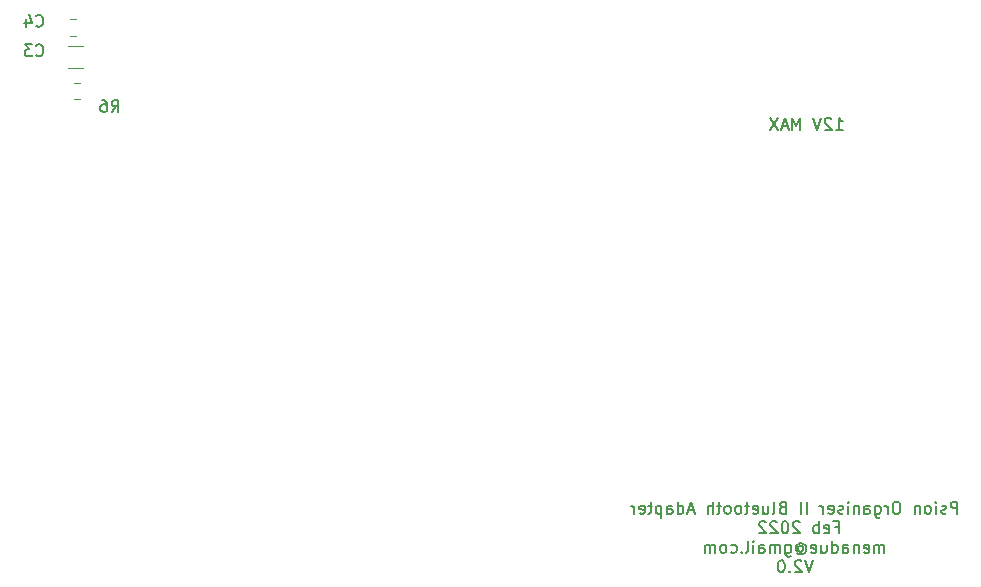
<source format=gbr>
G04 #@! TF.GenerationSoftware,KiCad,Pcbnew,5.1.5+dfsg1-2build2*
G04 #@! TF.CreationDate,2022-02-11T05:24:06+00:00*
G04 #@! TF.ProjectId,psion-org2-bluetooth-adapter,7073696f-6e2d-46f7-9267-322d626c7565,rev?*
G04 #@! TF.SameCoordinates,Original*
G04 #@! TF.FileFunction,Legend,Bot*
G04 #@! TF.FilePolarity,Positive*
%FSLAX46Y46*%
G04 Gerber Fmt 4.6, Leading zero omitted, Abs format (unit mm)*
G04 Created by KiCad (PCBNEW 5.1.5+dfsg1-2build2) date 2022-02-11 05:24:06*
%MOMM*%
%LPD*%
G04 APERTURE LIST*
%ADD10C,0.150000*%
%ADD11C,0.120000*%
G04 APERTURE END LIST*
D10*
X189376190Y-56452380D02*
X189947619Y-56452380D01*
X189661904Y-56452380D02*
X189661904Y-55452380D01*
X189757142Y-55595238D01*
X189852380Y-55690476D01*
X189947619Y-55738095D01*
X188995238Y-55547619D02*
X188947619Y-55500000D01*
X188852380Y-55452380D01*
X188614285Y-55452380D01*
X188519047Y-55500000D01*
X188471428Y-55547619D01*
X188423809Y-55642857D01*
X188423809Y-55738095D01*
X188471428Y-55880952D01*
X189042857Y-56452380D01*
X188423809Y-56452380D01*
X188138095Y-55452380D02*
X187804761Y-56452380D01*
X187471428Y-55452380D01*
X186376190Y-56452380D02*
X186376190Y-55452380D01*
X186042857Y-56166666D01*
X185709523Y-55452380D01*
X185709523Y-56452380D01*
X185280952Y-56166666D02*
X184804761Y-56166666D01*
X185376190Y-56452380D02*
X185042857Y-55452380D01*
X184709523Y-56452380D01*
X184471428Y-55452380D02*
X183804761Y-56452380D01*
X183804761Y-55452380D02*
X184471428Y-56452380D01*
X199661904Y-88977380D02*
X199661904Y-87977380D01*
X199280952Y-87977380D01*
X199185714Y-88025000D01*
X199138095Y-88072619D01*
X199090476Y-88167857D01*
X199090476Y-88310714D01*
X199138095Y-88405952D01*
X199185714Y-88453571D01*
X199280952Y-88501190D01*
X199661904Y-88501190D01*
X198709523Y-88929761D02*
X198614285Y-88977380D01*
X198423809Y-88977380D01*
X198328571Y-88929761D01*
X198280952Y-88834523D01*
X198280952Y-88786904D01*
X198328571Y-88691666D01*
X198423809Y-88644047D01*
X198566666Y-88644047D01*
X198661904Y-88596428D01*
X198709523Y-88501190D01*
X198709523Y-88453571D01*
X198661904Y-88358333D01*
X198566666Y-88310714D01*
X198423809Y-88310714D01*
X198328571Y-88358333D01*
X197852380Y-88977380D02*
X197852380Y-88310714D01*
X197852380Y-87977380D02*
X197900000Y-88025000D01*
X197852380Y-88072619D01*
X197804761Y-88025000D01*
X197852380Y-87977380D01*
X197852380Y-88072619D01*
X197233333Y-88977380D02*
X197328571Y-88929761D01*
X197376190Y-88882142D01*
X197423809Y-88786904D01*
X197423809Y-88501190D01*
X197376190Y-88405952D01*
X197328571Y-88358333D01*
X197233333Y-88310714D01*
X197090476Y-88310714D01*
X196995238Y-88358333D01*
X196947619Y-88405952D01*
X196900000Y-88501190D01*
X196900000Y-88786904D01*
X196947619Y-88882142D01*
X196995238Y-88929761D01*
X197090476Y-88977380D01*
X197233333Y-88977380D01*
X196471428Y-88310714D02*
X196471428Y-88977380D01*
X196471428Y-88405952D02*
X196423809Y-88358333D01*
X196328571Y-88310714D01*
X196185714Y-88310714D01*
X196090476Y-88358333D01*
X196042857Y-88453571D01*
X196042857Y-88977380D01*
X194614285Y-87977380D02*
X194423809Y-87977380D01*
X194328571Y-88025000D01*
X194233333Y-88120238D01*
X194185714Y-88310714D01*
X194185714Y-88644047D01*
X194233333Y-88834523D01*
X194328571Y-88929761D01*
X194423809Y-88977380D01*
X194614285Y-88977380D01*
X194709523Y-88929761D01*
X194804761Y-88834523D01*
X194852380Y-88644047D01*
X194852380Y-88310714D01*
X194804761Y-88120238D01*
X194709523Y-88025000D01*
X194614285Y-87977380D01*
X193757142Y-88977380D02*
X193757142Y-88310714D01*
X193757142Y-88501190D02*
X193709523Y-88405952D01*
X193661904Y-88358333D01*
X193566666Y-88310714D01*
X193471428Y-88310714D01*
X192709523Y-88310714D02*
X192709523Y-89120238D01*
X192757142Y-89215476D01*
X192804761Y-89263095D01*
X192900000Y-89310714D01*
X193042857Y-89310714D01*
X193138095Y-89263095D01*
X192709523Y-88929761D02*
X192804761Y-88977380D01*
X192995238Y-88977380D01*
X193090476Y-88929761D01*
X193138095Y-88882142D01*
X193185714Y-88786904D01*
X193185714Y-88501190D01*
X193138095Y-88405952D01*
X193090476Y-88358333D01*
X192995238Y-88310714D01*
X192804761Y-88310714D01*
X192709523Y-88358333D01*
X191804761Y-88977380D02*
X191804761Y-88453571D01*
X191852380Y-88358333D01*
X191947619Y-88310714D01*
X192138095Y-88310714D01*
X192233333Y-88358333D01*
X191804761Y-88929761D02*
X191900000Y-88977380D01*
X192138095Y-88977380D01*
X192233333Y-88929761D01*
X192280952Y-88834523D01*
X192280952Y-88739285D01*
X192233333Y-88644047D01*
X192138095Y-88596428D01*
X191900000Y-88596428D01*
X191804761Y-88548809D01*
X191328571Y-88310714D02*
X191328571Y-88977380D01*
X191328571Y-88405952D02*
X191280952Y-88358333D01*
X191185714Y-88310714D01*
X191042857Y-88310714D01*
X190947619Y-88358333D01*
X190900000Y-88453571D01*
X190900000Y-88977380D01*
X190423809Y-88977380D02*
X190423809Y-88310714D01*
X190423809Y-87977380D02*
X190471428Y-88025000D01*
X190423809Y-88072619D01*
X190376190Y-88025000D01*
X190423809Y-87977380D01*
X190423809Y-88072619D01*
X189995238Y-88929761D02*
X189900000Y-88977380D01*
X189709523Y-88977380D01*
X189614285Y-88929761D01*
X189566666Y-88834523D01*
X189566666Y-88786904D01*
X189614285Y-88691666D01*
X189709523Y-88644047D01*
X189852380Y-88644047D01*
X189947619Y-88596428D01*
X189995238Y-88501190D01*
X189995238Y-88453571D01*
X189947619Y-88358333D01*
X189852380Y-88310714D01*
X189709523Y-88310714D01*
X189614285Y-88358333D01*
X188757142Y-88929761D02*
X188852380Y-88977380D01*
X189042857Y-88977380D01*
X189138095Y-88929761D01*
X189185714Y-88834523D01*
X189185714Y-88453571D01*
X189138095Y-88358333D01*
X189042857Y-88310714D01*
X188852380Y-88310714D01*
X188757142Y-88358333D01*
X188709523Y-88453571D01*
X188709523Y-88548809D01*
X189185714Y-88644047D01*
X188280952Y-88977380D02*
X188280952Y-88310714D01*
X188280952Y-88501190D02*
X188233333Y-88405952D01*
X188185714Y-88358333D01*
X188090476Y-88310714D01*
X187995238Y-88310714D01*
X186900000Y-88977380D02*
X186900000Y-87977380D01*
X186423809Y-88977380D02*
X186423809Y-87977380D01*
X184852380Y-88453571D02*
X184709523Y-88501190D01*
X184661904Y-88548809D01*
X184614285Y-88644047D01*
X184614285Y-88786904D01*
X184661904Y-88882142D01*
X184709523Y-88929761D01*
X184804761Y-88977380D01*
X185185714Y-88977380D01*
X185185714Y-87977380D01*
X184852380Y-87977380D01*
X184757142Y-88025000D01*
X184709523Y-88072619D01*
X184661904Y-88167857D01*
X184661904Y-88263095D01*
X184709523Y-88358333D01*
X184757142Y-88405952D01*
X184852380Y-88453571D01*
X185185714Y-88453571D01*
X184042857Y-88977380D02*
X184138095Y-88929761D01*
X184185714Y-88834523D01*
X184185714Y-87977380D01*
X183233333Y-88310714D02*
X183233333Y-88977380D01*
X183661904Y-88310714D02*
X183661904Y-88834523D01*
X183614285Y-88929761D01*
X183519047Y-88977380D01*
X183376190Y-88977380D01*
X183280952Y-88929761D01*
X183233333Y-88882142D01*
X182376190Y-88929761D02*
X182471428Y-88977380D01*
X182661904Y-88977380D01*
X182757142Y-88929761D01*
X182804761Y-88834523D01*
X182804761Y-88453571D01*
X182757142Y-88358333D01*
X182661904Y-88310714D01*
X182471428Y-88310714D01*
X182376190Y-88358333D01*
X182328571Y-88453571D01*
X182328571Y-88548809D01*
X182804761Y-88644047D01*
X182042857Y-88310714D02*
X181661904Y-88310714D01*
X181900000Y-87977380D02*
X181900000Y-88834523D01*
X181852380Y-88929761D01*
X181757142Y-88977380D01*
X181661904Y-88977380D01*
X181185714Y-88977380D02*
X181280952Y-88929761D01*
X181328571Y-88882142D01*
X181376190Y-88786904D01*
X181376190Y-88501190D01*
X181328571Y-88405952D01*
X181280952Y-88358333D01*
X181185714Y-88310714D01*
X181042857Y-88310714D01*
X180947619Y-88358333D01*
X180900000Y-88405952D01*
X180852380Y-88501190D01*
X180852380Y-88786904D01*
X180900000Y-88882142D01*
X180947619Y-88929761D01*
X181042857Y-88977380D01*
X181185714Y-88977380D01*
X180280952Y-88977380D02*
X180376190Y-88929761D01*
X180423809Y-88882142D01*
X180471428Y-88786904D01*
X180471428Y-88501190D01*
X180423809Y-88405952D01*
X180376190Y-88358333D01*
X180280952Y-88310714D01*
X180138095Y-88310714D01*
X180042857Y-88358333D01*
X179995238Y-88405952D01*
X179947619Y-88501190D01*
X179947619Y-88786904D01*
X179995238Y-88882142D01*
X180042857Y-88929761D01*
X180138095Y-88977380D01*
X180280952Y-88977380D01*
X179661904Y-88310714D02*
X179280952Y-88310714D01*
X179519047Y-87977380D02*
X179519047Y-88834523D01*
X179471428Y-88929761D01*
X179376190Y-88977380D01*
X179280952Y-88977380D01*
X178947619Y-88977380D02*
X178947619Y-87977380D01*
X178519047Y-88977380D02*
X178519047Y-88453571D01*
X178566666Y-88358333D01*
X178661904Y-88310714D01*
X178804761Y-88310714D01*
X178900000Y-88358333D01*
X178947619Y-88405952D01*
X177328571Y-88691666D02*
X176852380Y-88691666D01*
X177423809Y-88977380D02*
X177090476Y-87977380D01*
X176757142Y-88977380D01*
X175995238Y-88977380D02*
X175995238Y-87977380D01*
X175995238Y-88929761D02*
X176090476Y-88977380D01*
X176280952Y-88977380D01*
X176376190Y-88929761D01*
X176423809Y-88882142D01*
X176471428Y-88786904D01*
X176471428Y-88501190D01*
X176423809Y-88405952D01*
X176376190Y-88358333D01*
X176280952Y-88310714D01*
X176090476Y-88310714D01*
X175995238Y-88358333D01*
X175090476Y-88977380D02*
X175090476Y-88453571D01*
X175138095Y-88358333D01*
X175233333Y-88310714D01*
X175423809Y-88310714D01*
X175519047Y-88358333D01*
X175090476Y-88929761D02*
X175185714Y-88977380D01*
X175423809Y-88977380D01*
X175519047Y-88929761D01*
X175566666Y-88834523D01*
X175566666Y-88739285D01*
X175519047Y-88644047D01*
X175423809Y-88596428D01*
X175185714Y-88596428D01*
X175090476Y-88548809D01*
X174614285Y-88310714D02*
X174614285Y-89310714D01*
X174614285Y-88358333D02*
X174519047Y-88310714D01*
X174328571Y-88310714D01*
X174233333Y-88358333D01*
X174185714Y-88405952D01*
X174138095Y-88501190D01*
X174138095Y-88786904D01*
X174185714Y-88882142D01*
X174233333Y-88929761D01*
X174328571Y-88977380D01*
X174519047Y-88977380D01*
X174614285Y-88929761D01*
X173852380Y-88310714D02*
X173471428Y-88310714D01*
X173709523Y-87977380D02*
X173709523Y-88834523D01*
X173661904Y-88929761D01*
X173566666Y-88977380D01*
X173471428Y-88977380D01*
X172757142Y-88929761D02*
X172852380Y-88977380D01*
X173042857Y-88977380D01*
X173138095Y-88929761D01*
X173185714Y-88834523D01*
X173185714Y-88453571D01*
X173138095Y-88358333D01*
X173042857Y-88310714D01*
X172852380Y-88310714D01*
X172757142Y-88358333D01*
X172709523Y-88453571D01*
X172709523Y-88548809D01*
X173185714Y-88644047D01*
X172280952Y-88977380D02*
X172280952Y-88310714D01*
X172280952Y-88501190D02*
X172233333Y-88405952D01*
X172185714Y-88358333D01*
X172090476Y-88310714D01*
X171995238Y-88310714D01*
X189304761Y-90103571D02*
X189638095Y-90103571D01*
X189638095Y-90627380D02*
X189638095Y-89627380D01*
X189161904Y-89627380D01*
X188400000Y-90579761D02*
X188495238Y-90627380D01*
X188685714Y-90627380D01*
X188780952Y-90579761D01*
X188828571Y-90484523D01*
X188828571Y-90103571D01*
X188780952Y-90008333D01*
X188685714Y-89960714D01*
X188495238Y-89960714D01*
X188400000Y-90008333D01*
X188352380Y-90103571D01*
X188352380Y-90198809D01*
X188828571Y-90294047D01*
X187923809Y-90627380D02*
X187923809Y-89627380D01*
X187923809Y-90008333D02*
X187828571Y-89960714D01*
X187638095Y-89960714D01*
X187542857Y-90008333D01*
X187495238Y-90055952D01*
X187447619Y-90151190D01*
X187447619Y-90436904D01*
X187495238Y-90532142D01*
X187542857Y-90579761D01*
X187638095Y-90627380D01*
X187828571Y-90627380D01*
X187923809Y-90579761D01*
X186304761Y-89722619D02*
X186257142Y-89675000D01*
X186161904Y-89627380D01*
X185923809Y-89627380D01*
X185828571Y-89675000D01*
X185780952Y-89722619D01*
X185733333Y-89817857D01*
X185733333Y-89913095D01*
X185780952Y-90055952D01*
X186352380Y-90627380D01*
X185733333Y-90627380D01*
X185114285Y-89627380D02*
X185019047Y-89627380D01*
X184923809Y-89675000D01*
X184876190Y-89722619D01*
X184828571Y-89817857D01*
X184780952Y-90008333D01*
X184780952Y-90246428D01*
X184828571Y-90436904D01*
X184876190Y-90532142D01*
X184923809Y-90579761D01*
X185019047Y-90627380D01*
X185114285Y-90627380D01*
X185209523Y-90579761D01*
X185257142Y-90532142D01*
X185304761Y-90436904D01*
X185352380Y-90246428D01*
X185352380Y-90008333D01*
X185304761Y-89817857D01*
X185257142Y-89722619D01*
X185209523Y-89675000D01*
X185114285Y-89627380D01*
X184400000Y-89722619D02*
X184352380Y-89675000D01*
X184257142Y-89627380D01*
X184019047Y-89627380D01*
X183923809Y-89675000D01*
X183876190Y-89722619D01*
X183828571Y-89817857D01*
X183828571Y-89913095D01*
X183876190Y-90055952D01*
X184447619Y-90627380D01*
X183828571Y-90627380D01*
X183447619Y-89722619D02*
X183400000Y-89675000D01*
X183304761Y-89627380D01*
X183066666Y-89627380D01*
X182971428Y-89675000D01*
X182923809Y-89722619D01*
X182876190Y-89817857D01*
X182876190Y-89913095D01*
X182923809Y-90055952D01*
X183495238Y-90627380D01*
X182876190Y-90627380D01*
X193495238Y-92277380D02*
X193495238Y-91610714D01*
X193495238Y-91705952D02*
X193447619Y-91658333D01*
X193352380Y-91610714D01*
X193209523Y-91610714D01*
X193114285Y-91658333D01*
X193066666Y-91753571D01*
X193066666Y-92277380D01*
X193066666Y-91753571D02*
X193019047Y-91658333D01*
X192923809Y-91610714D01*
X192780952Y-91610714D01*
X192685714Y-91658333D01*
X192638095Y-91753571D01*
X192638095Y-92277380D01*
X191780952Y-92229761D02*
X191876190Y-92277380D01*
X192066666Y-92277380D01*
X192161904Y-92229761D01*
X192209523Y-92134523D01*
X192209523Y-91753571D01*
X192161904Y-91658333D01*
X192066666Y-91610714D01*
X191876190Y-91610714D01*
X191780952Y-91658333D01*
X191733333Y-91753571D01*
X191733333Y-91848809D01*
X192209523Y-91944047D01*
X191304761Y-91610714D02*
X191304761Y-92277380D01*
X191304761Y-91705952D02*
X191257142Y-91658333D01*
X191161904Y-91610714D01*
X191019047Y-91610714D01*
X190923809Y-91658333D01*
X190876190Y-91753571D01*
X190876190Y-92277380D01*
X189971428Y-92277380D02*
X189971428Y-91753571D01*
X190019047Y-91658333D01*
X190114285Y-91610714D01*
X190304761Y-91610714D01*
X190400000Y-91658333D01*
X189971428Y-92229761D02*
X190066666Y-92277380D01*
X190304761Y-92277380D01*
X190400000Y-92229761D01*
X190447619Y-92134523D01*
X190447619Y-92039285D01*
X190400000Y-91944047D01*
X190304761Y-91896428D01*
X190066666Y-91896428D01*
X189971428Y-91848809D01*
X189066666Y-92277380D02*
X189066666Y-91277380D01*
X189066666Y-92229761D02*
X189161904Y-92277380D01*
X189352380Y-92277380D01*
X189447619Y-92229761D01*
X189495238Y-92182142D01*
X189542857Y-92086904D01*
X189542857Y-91801190D01*
X189495238Y-91705952D01*
X189447619Y-91658333D01*
X189352380Y-91610714D01*
X189161904Y-91610714D01*
X189066666Y-91658333D01*
X188161904Y-91610714D02*
X188161904Y-92277380D01*
X188590476Y-91610714D02*
X188590476Y-92134523D01*
X188542857Y-92229761D01*
X188447619Y-92277380D01*
X188304761Y-92277380D01*
X188209523Y-92229761D01*
X188161904Y-92182142D01*
X187304761Y-92229761D02*
X187400000Y-92277380D01*
X187590476Y-92277380D01*
X187685714Y-92229761D01*
X187733333Y-92134523D01*
X187733333Y-91753571D01*
X187685714Y-91658333D01*
X187590476Y-91610714D01*
X187400000Y-91610714D01*
X187304761Y-91658333D01*
X187257142Y-91753571D01*
X187257142Y-91848809D01*
X187733333Y-91944047D01*
X186209523Y-91801190D02*
X186257142Y-91753571D01*
X186352380Y-91705952D01*
X186447619Y-91705952D01*
X186542857Y-91753571D01*
X186590476Y-91801190D01*
X186638095Y-91896428D01*
X186638095Y-91991666D01*
X186590476Y-92086904D01*
X186542857Y-92134523D01*
X186447619Y-92182142D01*
X186352380Y-92182142D01*
X186257142Y-92134523D01*
X186209523Y-92086904D01*
X186209523Y-91705952D02*
X186209523Y-92086904D01*
X186161904Y-92134523D01*
X186114285Y-92134523D01*
X186019047Y-92086904D01*
X185971428Y-91991666D01*
X185971428Y-91753571D01*
X186066666Y-91610714D01*
X186209523Y-91515476D01*
X186400000Y-91467857D01*
X186590476Y-91515476D01*
X186733333Y-91610714D01*
X186828571Y-91753571D01*
X186876190Y-91944047D01*
X186828571Y-92134523D01*
X186733333Y-92277380D01*
X186590476Y-92372619D01*
X186400000Y-92420238D01*
X186209523Y-92372619D01*
X186066666Y-92277380D01*
X185114285Y-91610714D02*
X185114285Y-92420238D01*
X185161904Y-92515476D01*
X185209523Y-92563095D01*
X185304761Y-92610714D01*
X185447619Y-92610714D01*
X185542857Y-92563095D01*
X185114285Y-92229761D02*
X185209523Y-92277380D01*
X185400000Y-92277380D01*
X185495238Y-92229761D01*
X185542857Y-92182142D01*
X185590476Y-92086904D01*
X185590476Y-91801190D01*
X185542857Y-91705952D01*
X185495238Y-91658333D01*
X185400000Y-91610714D01*
X185209523Y-91610714D01*
X185114285Y-91658333D01*
X184638095Y-92277380D02*
X184638095Y-91610714D01*
X184638095Y-91705952D02*
X184590476Y-91658333D01*
X184495238Y-91610714D01*
X184352380Y-91610714D01*
X184257142Y-91658333D01*
X184209523Y-91753571D01*
X184209523Y-92277380D01*
X184209523Y-91753571D02*
X184161904Y-91658333D01*
X184066666Y-91610714D01*
X183923809Y-91610714D01*
X183828571Y-91658333D01*
X183780952Y-91753571D01*
X183780952Y-92277380D01*
X182876190Y-92277380D02*
X182876190Y-91753571D01*
X182923809Y-91658333D01*
X183019047Y-91610714D01*
X183209523Y-91610714D01*
X183304761Y-91658333D01*
X182876190Y-92229761D02*
X182971428Y-92277380D01*
X183209523Y-92277380D01*
X183304761Y-92229761D01*
X183352380Y-92134523D01*
X183352380Y-92039285D01*
X183304761Y-91944047D01*
X183209523Y-91896428D01*
X182971428Y-91896428D01*
X182876190Y-91848809D01*
X182400000Y-92277380D02*
X182400000Y-91610714D01*
X182400000Y-91277380D02*
X182447619Y-91325000D01*
X182400000Y-91372619D01*
X182352380Y-91325000D01*
X182400000Y-91277380D01*
X182400000Y-91372619D01*
X181780952Y-92277380D02*
X181876190Y-92229761D01*
X181923809Y-92134523D01*
X181923809Y-91277380D01*
X181400000Y-92182142D02*
X181352380Y-92229761D01*
X181400000Y-92277380D01*
X181447619Y-92229761D01*
X181400000Y-92182142D01*
X181400000Y-92277380D01*
X180495238Y-92229761D02*
X180590476Y-92277380D01*
X180780952Y-92277380D01*
X180876190Y-92229761D01*
X180923809Y-92182142D01*
X180971428Y-92086904D01*
X180971428Y-91801190D01*
X180923809Y-91705952D01*
X180876190Y-91658333D01*
X180780952Y-91610714D01*
X180590476Y-91610714D01*
X180495238Y-91658333D01*
X179923809Y-92277380D02*
X180019047Y-92229761D01*
X180066666Y-92182142D01*
X180114285Y-92086904D01*
X180114285Y-91801190D01*
X180066666Y-91705952D01*
X180019047Y-91658333D01*
X179923809Y-91610714D01*
X179780952Y-91610714D01*
X179685714Y-91658333D01*
X179638095Y-91705952D01*
X179590476Y-91801190D01*
X179590476Y-92086904D01*
X179638095Y-92182142D01*
X179685714Y-92229761D01*
X179780952Y-92277380D01*
X179923809Y-92277380D01*
X179161904Y-92277380D02*
X179161904Y-91610714D01*
X179161904Y-91705952D02*
X179114285Y-91658333D01*
X179019047Y-91610714D01*
X178876190Y-91610714D01*
X178780952Y-91658333D01*
X178733333Y-91753571D01*
X178733333Y-92277380D01*
X178733333Y-91753571D02*
X178685714Y-91658333D01*
X178590476Y-91610714D01*
X178447619Y-91610714D01*
X178352380Y-91658333D01*
X178304761Y-91753571D01*
X178304761Y-92277380D01*
X187423809Y-92927380D02*
X187090476Y-93927380D01*
X186757142Y-92927380D01*
X186471428Y-93022619D02*
X186423809Y-92975000D01*
X186328571Y-92927380D01*
X186090476Y-92927380D01*
X185995238Y-92975000D01*
X185947619Y-93022619D01*
X185900000Y-93117857D01*
X185900000Y-93213095D01*
X185947619Y-93355952D01*
X186519047Y-93927380D01*
X185900000Y-93927380D01*
X185471428Y-93832142D02*
X185423809Y-93879761D01*
X185471428Y-93927380D01*
X185519047Y-93879761D01*
X185471428Y-93832142D01*
X185471428Y-93927380D01*
X184804761Y-92927380D02*
X184709523Y-92927380D01*
X184614285Y-92975000D01*
X184566666Y-93022619D01*
X184519047Y-93117857D01*
X184471428Y-93308333D01*
X184471428Y-93546428D01*
X184519047Y-93736904D01*
X184566666Y-93832142D01*
X184614285Y-93879761D01*
X184709523Y-93927380D01*
X184804761Y-93927380D01*
X184900000Y-93879761D01*
X184947619Y-93832142D01*
X184995238Y-93736904D01*
X185042857Y-93546428D01*
X185042857Y-93308333D01*
X184995238Y-93117857D01*
X184947619Y-93022619D01*
X184900000Y-92975000D01*
X184804761Y-92927380D01*
D11*
X124397936Y-49390000D02*
X125602064Y-49390000D01*
X124397936Y-51210000D02*
X125602064Y-51210000D01*
X125358578Y-53910000D02*
X124841422Y-53910000D01*
X125358578Y-52490000D02*
X124841422Y-52490000D01*
X124541422Y-47090000D02*
X125058578Y-47090000D01*
X124541422Y-48510000D02*
X125058578Y-48510000D01*
D10*
X121666666Y-50157142D02*
X121714285Y-50204761D01*
X121857142Y-50252380D01*
X121952380Y-50252380D01*
X122095238Y-50204761D01*
X122190476Y-50109523D01*
X122238095Y-50014285D01*
X122285714Y-49823809D01*
X122285714Y-49680952D01*
X122238095Y-49490476D01*
X122190476Y-49395238D01*
X122095238Y-49300000D01*
X121952380Y-49252380D01*
X121857142Y-49252380D01*
X121714285Y-49300000D01*
X121666666Y-49347619D01*
X121333333Y-49252380D02*
X120714285Y-49252380D01*
X121047619Y-49633333D01*
X120904761Y-49633333D01*
X120809523Y-49680952D01*
X120761904Y-49728571D01*
X120714285Y-49823809D01*
X120714285Y-50061904D01*
X120761904Y-50157142D01*
X120809523Y-50204761D01*
X120904761Y-50252380D01*
X121190476Y-50252380D01*
X121285714Y-50204761D01*
X121333333Y-50157142D01*
X128066666Y-54952380D02*
X128400000Y-54476190D01*
X128638095Y-54952380D02*
X128638095Y-53952380D01*
X128257142Y-53952380D01*
X128161904Y-54000000D01*
X128114285Y-54047619D01*
X128066666Y-54142857D01*
X128066666Y-54285714D01*
X128114285Y-54380952D01*
X128161904Y-54428571D01*
X128257142Y-54476190D01*
X128638095Y-54476190D01*
X127209523Y-53952380D02*
X127400000Y-53952380D01*
X127495238Y-54000000D01*
X127542857Y-54047619D01*
X127638095Y-54190476D01*
X127685714Y-54380952D01*
X127685714Y-54761904D01*
X127638095Y-54857142D01*
X127590476Y-54904761D01*
X127495238Y-54952380D01*
X127304761Y-54952380D01*
X127209523Y-54904761D01*
X127161904Y-54857142D01*
X127114285Y-54761904D01*
X127114285Y-54523809D01*
X127161904Y-54428571D01*
X127209523Y-54380952D01*
X127304761Y-54333333D01*
X127495238Y-54333333D01*
X127590476Y-54380952D01*
X127638095Y-54428571D01*
X127685714Y-54523809D01*
X121666666Y-47657142D02*
X121714285Y-47704761D01*
X121857142Y-47752380D01*
X121952380Y-47752380D01*
X122095238Y-47704761D01*
X122190476Y-47609523D01*
X122238095Y-47514285D01*
X122285714Y-47323809D01*
X122285714Y-47180952D01*
X122238095Y-46990476D01*
X122190476Y-46895238D01*
X122095238Y-46800000D01*
X121952380Y-46752380D01*
X121857142Y-46752380D01*
X121714285Y-46800000D01*
X121666666Y-46847619D01*
X120809523Y-47085714D02*
X120809523Y-47752380D01*
X121047619Y-46704761D02*
X121285714Y-47419047D01*
X120666666Y-47419047D01*
M02*

</source>
